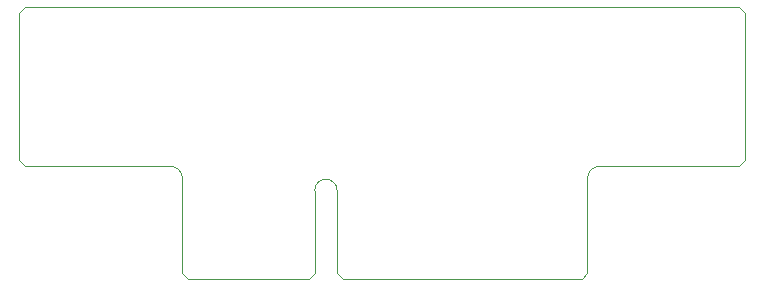
<source format=gm1>
%TF.GenerationSoftware,KiCad,Pcbnew,(6.0.1)*%
%TF.CreationDate,2022-02-11T10:22:36+08:00*%
%TF.ProjectId,Wyse-5070-PCIe-Riser,57797365-2d35-4303-9730-2d504349652d,rev?*%
%TF.SameCoordinates,Original*%
%TF.FileFunction,Profile,NP*%
%FSLAX46Y46*%
G04 Gerber Fmt 4.6, Leading zero omitted, Abs format (unit mm)*
G04 Created by KiCad (PCBNEW (6.0.1)) date 2022-02-11 10:22:36*
%MOMM*%
%LPD*%
G01*
G04 APERTURE LIST*
%TA.AperFunction,Profile*%
%ADD10C,0.100000*%
%TD*%
G04 APERTURE END LIST*
D10*
X137850000Y-141500000D02*
G75*
G03*
X136850000Y-140500000I-999999J1D01*
G01*
X172150000Y-141500000D02*
X172150000Y-141600000D01*
X124000000Y-127500000D02*
X124500000Y-127000000D01*
X173150000Y-140500000D02*
G75*
G03*
X172150000Y-141500000I-1J-999999D01*
G01*
X185500000Y-140000000D02*
X185000000Y-140500000D01*
X185000000Y-140500000D02*
X173150000Y-140500000D01*
X185500000Y-127500000D02*
X185000000Y-127000000D01*
X137850000Y-141600000D02*
X137850000Y-141500000D01*
X124000000Y-140000000D02*
X124500000Y-140500000D01*
X124500000Y-127000000D02*
X185000000Y-127000000D01*
X124000000Y-140000000D02*
X124000000Y-127500000D01*
X185500000Y-127500000D02*
X185500000Y-140000000D01*
X124500000Y-140500000D02*
X136850000Y-140500000D01*
%TO.C,J1*%
X151450000Y-150000000D02*
X171650000Y-150000000D01*
X149050000Y-149500000D02*
X148550000Y-150000000D01*
X138350000Y-150000000D02*
X148550000Y-150000000D01*
X150950000Y-149500000D02*
X151450000Y-150000000D01*
X172150000Y-149500000D02*
X171650000Y-150000000D01*
X149050000Y-142550000D02*
X149050000Y-149500000D01*
X137850000Y-141600000D02*
X137850000Y-149500000D01*
X172150000Y-141600000D02*
X172150000Y-149500000D01*
X137850000Y-149500000D02*
X138350000Y-150000000D01*
X150950000Y-142550000D02*
X150950000Y-149500000D01*
X150950000Y-142550000D02*
G75*
G03*
X149050000Y-142550000I-950000J0D01*
G01*
%TD*%
M02*

</source>
